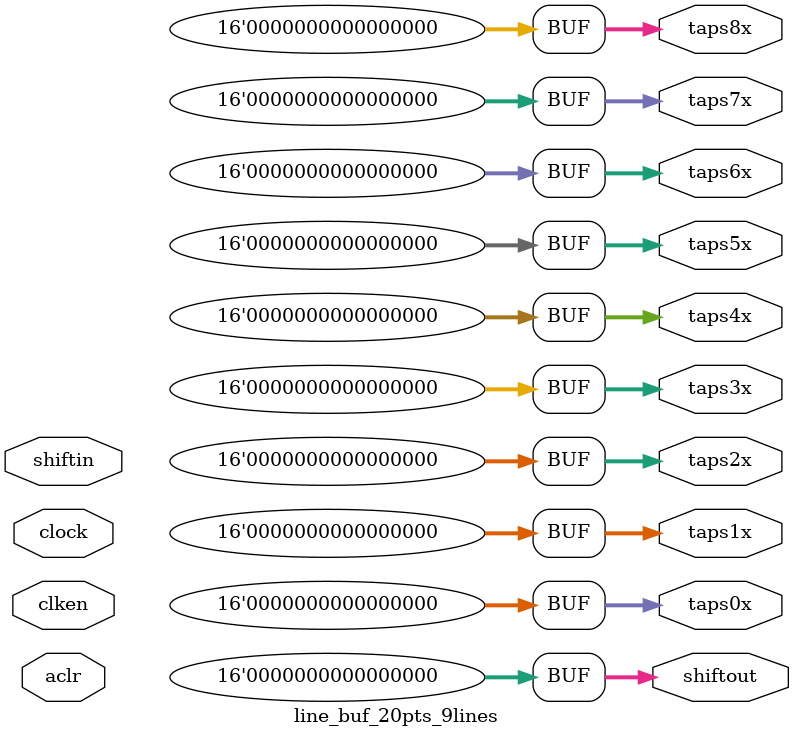
<source format=v>
module line_buf_20pts_9lines(	// file.cleaned.mlir:2:3
  input         aclr,	// file.cleaned.mlir:2:39
                clken,	// file.cleaned.mlir:2:54
                clock,	// file.cleaned.mlir:2:70
  input  [15:0] shiftin,	// file.cleaned.mlir:2:86
  output [15:0] shiftout,	// file.cleaned.mlir:2:106
                taps0x,	// file.cleaned.mlir:2:126
                taps1x,	// file.cleaned.mlir:2:144
                taps2x,	// file.cleaned.mlir:2:162
                taps3x,	// file.cleaned.mlir:2:180
                taps4x,	// file.cleaned.mlir:2:198
                taps5x,	// file.cleaned.mlir:2:216
                taps6x,	// file.cleaned.mlir:2:234
                taps7x,	// file.cleaned.mlir:2:252
                taps8x	// file.cleaned.mlir:2:270
);

  assign shiftout = 16'h0;	// file.cleaned.mlir:3:15, :4:5
  assign taps0x = 16'h0;	// file.cleaned.mlir:3:15, :4:5
  assign taps1x = 16'h0;	// file.cleaned.mlir:3:15, :4:5
  assign taps2x = 16'h0;	// file.cleaned.mlir:3:15, :4:5
  assign taps3x = 16'h0;	// file.cleaned.mlir:3:15, :4:5
  assign taps4x = 16'h0;	// file.cleaned.mlir:3:15, :4:5
  assign taps5x = 16'h0;	// file.cleaned.mlir:3:15, :4:5
  assign taps6x = 16'h0;	// file.cleaned.mlir:3:15, :4:5
  assign taps7x = 16'h0;	// file.cleaned.mlir:3:15, :4:5
  assign taps8x = 16'h0;	// file.cleaned.mlir:3:15, :4:5
endmodule


</source>
